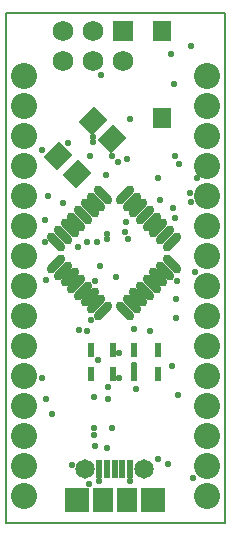
<source format=gts>
G04*
G04 #@! TF.GenerationSoftware,Altium Limited,Altium Designer,19.1.7 (138)*
G04*
G04 Layer_Color=8388736*
%FSLAX44Y44*%
%MOMM*%
G71*
G01*
G75*
%ADD16C,0.1524*%
%ADD26R,0.6032X1.2032*%
G04:AMPARAMS|DCode=27|XSize=0.7532mm|YSize=1.9532mm|CornerRadius=0mm|HoleSize=0mm|Usage=FLASHONLY|Rotation=45.000|XOffset=0mm|YOffset=0mm|HoleType=Round|Shape=Round|*
%AMOVALD27*
21,1,1.2000,0.7532,0.0000,0.0000,135.0*
1,1,0.7532,0.4243,-0.4243*
1,1,0.7532,-0.4243,0.4243*
%
%ADD27OVALD27*%

G04:AMPARAMS|DCode=28|XSize=0.7532mm|YSize=1.9532mm|CornerRadius=0mm|HoleSize=0mm|Usage=FLASHONLY|Rotation=315.000|XOffset=0mm|YOffset=0mm|HoleType=Round|Shape=Round|*
%AMOVALD28*
21,1,1.2000,0.7532,0.0000,0.0000,45.0*
1,1,0.7532,-0.4243,-0.4243*
1,1,0.7532,0.4243,0.4243*
%
%ADD28OVALD28*%

G04:AMPARAMS|DCode=29|XSize=0.7532mm|YSize=1.9532mm|CornerRadius=0mm|HoleSize=0mm|Usage=FLASHONLY|Rotation=315.000|XOffset=0mm|YOffset=0mm|HoleType=Round|Shape=Round|*
%AMOVALD29*
21,1,1.2000,0.7532,0.0000,0.0000,45.0*
1,1,0.7532,-0.4243,-0.4243*
1,1,0.7532,0.4243,0.4243*
%
%ADD29OVALD29*%

%ADD30R,0.6032X1.5532*%
%ADD31R,2.0032X2.1032*%
%ADD32R,1.7032X2.1032*%
%ADD33R,1.6032X1.7032*%
G04:AMPARAMS|DCode=34|XSize=1.8032mm|YSize=1.6032mm|CornerRadius=0mm|HoleSize=0mm|Usage=FLASHONLY|Rotation=45.000|XOffset=0mm|YOffset=0mm|HoleType=Round|Shape=Rectangle|*
%AMROTATEDRECTD34*
4,1,4,-0.0707,-1.2044,-1.2044,-0.0707,0.0707,1.2044,1.2044,0.0707,-0.0707,-1.2044,0.0*
%
%ADD34ROTATEDRECTD34*%

%ADD35C,1.6532*%
G04:AMPARAMS|DCode=36|XSize=0.8032mm|YSize=1.5032mm|CornerRadius=0.2516mm|HoleSize=0mm|Usage=FLASHONLY|Rotation=0.000|XOffset=0mm|YOffset=0mm|HoleType=Round|Shape=RoundedRectangle|*
%AMROUNDEDRECTD36*
21,1,0.8032,1.0000,0,0,0.0*
21,1,0.3000,1.5032,0,0,0.0*
1,1,0.5032,0.1500,-0.5000*
1,1,0.5032,-0.1500,-0.5000*
1,1,0.5032,-0.1500,0.5000*
1,1,0.5032,0.1500,0.5000*
%
%ADD36ROUNDEDRECTD36*%
%ADD37C,2.2032*%
%ADD38R,1.7532X1.7532*%
%ADD39C,1.7532*%
%ADD40C,0.5842*%
D16*
X170180Y-406400D02*
Y25400D01*
X-15240Y-406400D02*
X170180D01*
X-15240Y25400D02*
X170180D01*
X-15240Y-406400D02*
Y25400D01*
D26*
X113030Y-260096D02*
D03*
Y-280416D02*
D03*
X92710Y-259588D02*
D03*
Y-279908D02*
D03*
X74676Y-259588D02*
D03*
Y-279908D02*
D03*
X56642Y-259588D02*
D03*
Y-279908D02*
D03*
D27*
X66468Y-128517D02*
D03*
X60811Y-134174D02*
D03*
X55154Y-139831D02*
D03*
X49497Y-145488D02*
D03*
X43840Y-151145D02*
D03*
X38184Y-156802D02*
D03*
X32527Y-162458D02*
D03*
X26870Y-168116D02*
D03*
X85206Y-226452D02*
D03*
X90863Y-220795D02*
D03*
X96520Y-215138D02*
D03*
X102177Y-209481D02*
D03*
X107834Y-203824D02*
D03*
X113491Y-198167D02*
D03*
X119147Y-192511D02*
D03*
X124804Y-186854D02*
D03*
D28*
X26870Y-186854D02*
D03*
X32527Y-192511D02*
D03*
X38184Y-198167D02*
D03*
X43840Y-203824D02*
D03*
X49497Y-209481D02*
D03*
X55154Y-215138D02*
D03*
X60811Y-220795D02*
D03*
X66468Y-226452D02*
D03*
X124804Y-168116D02*
D03*
X119147Y-162458D02*
D03*
X113491Y-156802D02*
D03*
X107834Y-151145D02*
D03*
X102177Y-145488D02*
D03*
D29*
X96520Y-139831D02*
D03*
X90863Y-134174D02*
D03*
X85206Y-128517D02*
D03*
D30*
X89500Y-360172D02*
D03*
X83000D02*
D03*
X76500D02*
D03*
X70000D02*
D03*
X63500D02*
D03*
D31*
X108700Y-386952D02*
D03*
X44400D02*
D03*
D32*
X86620D02*
D03*
X66380D02*
D03*
D33*
X116840Y10668D02*
D03*
Y-62992D02*
D03*
D34*
X28721Y-95231D02*
D03*
X58420Y-65532D02*
D03*
X73976Y-81088D02*
D03*
X44278Y-110787D02*
D03*
D35*
X51500Y-360172D02*
D03*
X101500D02*
D03*
D36*
X111500Y-386842D02*
D03*
X41500D02*
D03*
D03*
D37*
X154940Y-27432D02*
D03*
Y-52832D02*
D03*
Y-78232D02*
D03*
Y-103632D02*
D03*
Y-129032D02*
D03*
Y-154432D02*
D03*
Y-179832D02*
D03*
Y-205232D02*
D03*
Y-230632D02*
D03*
Y-256032D02*
D03*
Y-281432D02*
D03*
Y-306832D02*
D03*
Y-332232D02*
D03*
Y-357632D02*
D03*
Y-383032D02*
D03*
X0Y-27432D02*
D03*
Y-52832D02*
D03*
Y-78232D02*
D03*
Y-103632D02*
D03*
Y-129032D02*
D03*
Y-154432D02*
D03*
Y-179832D02*
D03*
Y-205232D02*
D03*
Y-230632D02*
D03*
Y-256032D02*
D03*
Y-281432D02*
D03*
Y-306832D02*
D03*
Y-332232D02*
D03*
Y-357632D02*
D03*
Y-383032D02*
D03*
D38*
X83820Y10414D02*
D03*
D39*
X58420D02*
D03*
X33020D02*
D03*
X83820Y-14986D02*
D03*
X58420D02*
D03*
X33020D02*
D03*
D40*
X53086Y-168148D02*
D03*
X53340Y-243421D02*
D03*
X45466Y-172212D02*
D03*
X61722Y-167894D02*
D03*
X17526Y-150001D02*
D03*
X17018Y-168624D02*
D03*
X87630Y-165862D02*
D03*
X127762Y-147955D02*
D03*
X85791Y-151068D02*
D03*
X115062Y-132842D02*
D03*
X69850Y-166116D02*
D03*
X131064Y-101854D02*
D03*
X128778Y-201168D02*
D03*
X125984Y-139700D02*
D03*
X105918Y-243840D02*
D03*
X86868Y-98298D02*
D03*
X144526Y-193294D02*
D03*
X56134Y-234188D02*
D03*
X32880Y-135615D02*
D03*
X19558Y-129540D02*
D03*
X74468Y-325374D02*
D03*
X14478Y-283718D02*
D03*
X121666Y-356362D02*
D03*
X68877Y-111295D02*
D03*
X58420Y-79756D02*
D03*
X129794Y-298196D02*
D03*
X77470Y-197612D02*
D03*
X128016Y-232908D02*
D03*
X58420Y-83820D02*
D03*
X69972Y-161164D02*
D03*
X63500Y-370586D02*
D03*
X78994Y-100584D02*
D03*
X85090Y-160020D02*
D03*
X79756Y-283464D02*
D03*
X63880Y-188722D02*
D03*
X92710Y-241808D02*
D03*
X59690Y-200914D02*
D03*
X71120Y-291408D02*
D03*
X59182Y-331828D02*
D03*
X70000Y-342646D02*
D03*
X59690Y-340868D02*
D03*
X14939Y-90659D02*
D03*
X65024Y-27178D02*
D03*
X71120Y-301498D02*
D03*
X79756Y-262081D02*
D03*
X18647Y-300748D02*
D03*
X55880Y-95525D02*
D03*
X140208Y-127000D02*
D03*
X73976Y-95379D02*
D03*
X36576Y-84131D02*
D03*
X59182Y-325328D02*
D03*
X46604Y-242560D02*
D03*
X146055Y-114300D02*
D03*
X142505Y-367782D02*
D03*
X17896Y-200660D02*
D03*
X62577Y-268392D02*
D03*
X23727Y-313748D02*
D03*
X54356Y-373370D02*
D03*
X40397Y-356870D02*
D03*
X140970Y-134620D02*
D03*
Y-2540D02*
D03*
X92710Y-272241D02*
D03*
X125157Y-273328D02*
D03*
X113030Y-352209D02*
D03*
X59158Y-299328D02*
D03*
X89500Y-370605D02*
D03*
X94806Y-292828D02*
D03*
X128027Y-216408D02*
D03*
X113475Y-114300D02*
D03*
X89397Y-63998D02*
D03*
X127508Y-95001D02*
D03*
X127000Y-34295D02*
D03*
X123952Y-9014D02*
D03*
M02*

</source>
